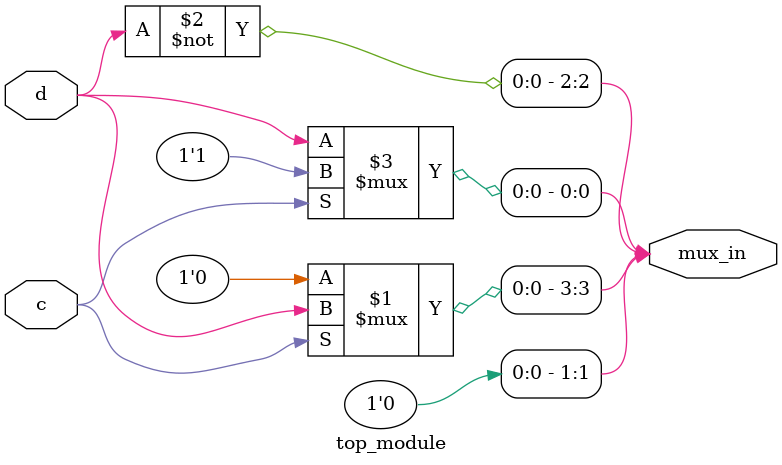
<source format=v>
module top_module (
    input c,
    input d,
    output [3:0] mux_in
); 

    assign mux_in[3] = c? d : 1'b0;
    assign mux_in[2] = ~d;
    assign mux_in[1] = 1'b0;
    assign mux_in[0] = c? 1'b1 : d;

endmodule
</source>
